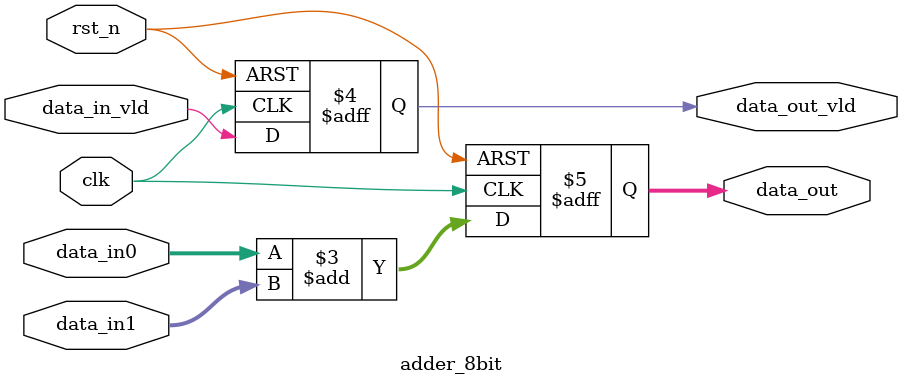
<source format=v>

module adder_8bit(
    input   clk,
    input   rst_n,

    input               data_in_vld,
    input   [ 7: 0]     data_in0,
    input   [ 7: 0]     data_in1,

    output  reg                 data_out_vld,
    output  reg     [ 8: 0]     data_out);


//===============
//  DESIGN CODING
//===============

always @(posedge clk or negedge rst_n) begin
    if (~rst_n) begin
        data_out_vld    <= 'b0;
        data_out        <= 'b0;
    end
    else begin
        data_out_vld    <= data_in_vld;
        data_out        <= data_in0 + data_in1;
    end
end


endmodule


</source>
